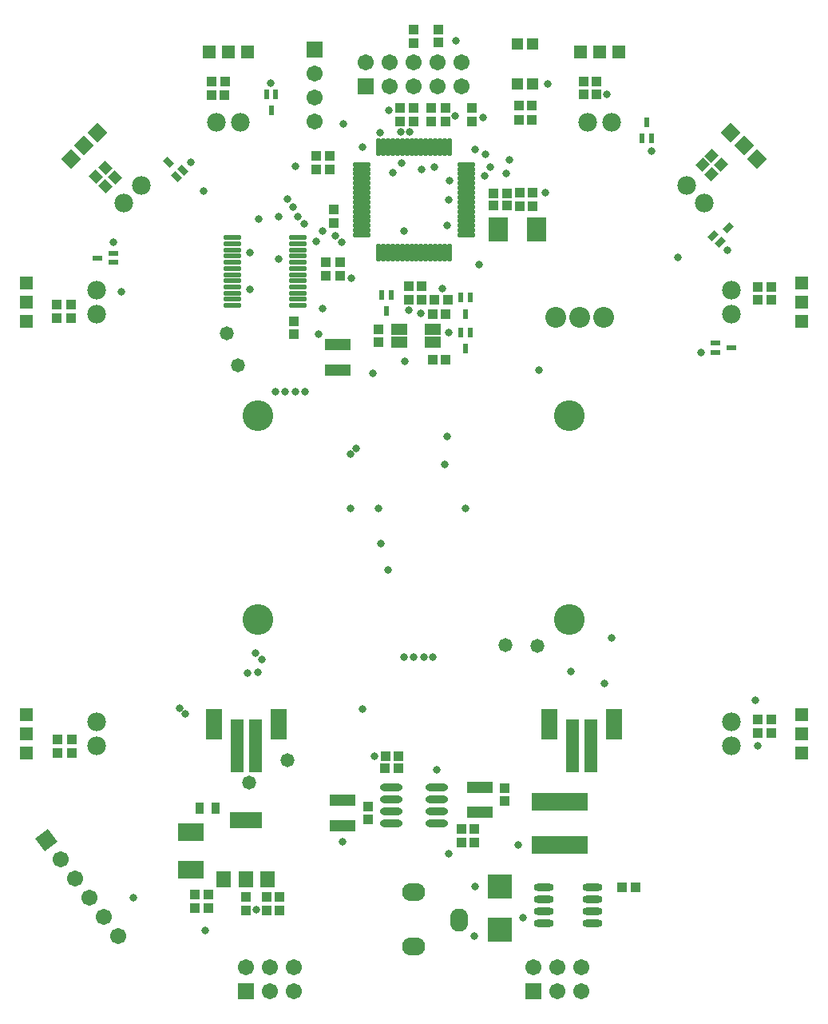
<source format=gts>
%FSLAX25Y25*%
%MOIN*%
G70*
G01*
G75*
G04 Layer_Color=8388736*
%ADD10R,0.10236X0.04331*%
%ADD11R,0.06299X0.11811*%
%ADD12R,0.04921X0.21654*%
%ADD13R,0.07480X0.09449*%
%ADD14R,0.03543X0.03150*%
%ADD15O,0.06693X0.01378*%
%ADD16R,0.03150X0.03543*%
G04:AMPARAMS|DCode=17|XSize=35.43mil|YSize=31.5mil|CornerRadius=0mil|HoleSize=0mil|Usage=FLASHONLY|Rotation=315.000|XOffset=0mil|YOffset=0mil|HoleType=Round|Shape=Rectangle|*
%AMROTATEDRECTD17*
4,1,4,-0.02366,0.00139,-0.00139,0.02366,0.02366,-0.00139,0.00139,-0.02366,-0.02366,0.00139,0.0*
%
%ADD17ROTATEDRECTD17*%

G04:AMPARAMS|DCode=18|XSize=35.43mil|YSize=31.5mil|CornerRadius=0mil|HoleSize=0mil|Usage=FLASHONLY|Rotation=225.000|XOffset=0mil|YOffset=0mil|HoleType=Round|Shape=Rectangle|*
%AMROTATEDRECTD18*
4,1,4,0.00139,0.02366,0.02366,0.00139,-0.00139,-0.02366,-0.02366,-0.00139,0.00139,0.02366,0.0*
%
%ADD18ROTATEDRECTD18*%

%ADD19R,0.09055X0.09055*%
%ADD20R,0.22441X0.06693*%
%ADD21O,0.06890X0.01181*%
%ADD22O,0.01181X0.06890*%
%ADD23R,0.03937X0.03937*%
%ADD24R,0.03150X0.01575*%
%ADD25R,0.01575X0.03150*%
G04:AMPARAMS|DCode=26|XSize=15.75mil|YSize=31.5mil|CornerRadius=0mil|HoleSize=0mil|Usage=FLASHONLY|Rotation=225.000|XOffset=0mil|YOffset=0mil|HoleType=Round|Shape=Rectangle|*
%AMROTATEDRECTD26*
4,1,4,-0.00557,0.01670,0.01670,-0.00557,0.00557,-0.01670,-0.01670,0.00557,-0.00557,0.01670,0.0*
%
%ADD26ROTATEDRECTD26*%

G04:AMPARAMS|DCode=27|XSize=15.75mil|YSize=31.5mil|CornerRadius=0mil|HoleSize=0mil|Usage=FLASHONLY|Rotation=135.000|XOffset=0mil|YOffset=0mil|HoleType=Round|Shape=Rectangle|*
%AMROTATEDRECTD27*
4,1,4,0.01670,0.00557,-0.00557,-0.01670,-0.01670,-0.00557,0.00557,0.01670,0.01670,0.00557,0.0*
%
%ADD27ROTATEDRECTD27*%

%ADD28R,0.09843X0.06693*%
%ADD29R,0.02756X0.03937*%
%ADD30R,0.05118X0.06299*%
%ADD31R,0.12992X0.06299*%
%ADD32R,0.05906X0.03937*%
%ADD33O,0.08661X0.02362*%
%ADD34O,0.07480X0.02362*%
%ADD35C,0.02000*%
%ADD36C,0.01000*%
%ADD37C,0.04000*%
%ADD38C,0.00700*%
%ADD39C,0.07874*%
%ADD40C,0.07000*%
%ADD41P,0.06960X4X180.0*%
%ADD42P,0.08352X4X352.0*%
%ADD43C,0.05906*%
%ADD44R,0.05906X0.05906*%
%ADD45R,0.05906X0.05906*%
%ADD46R,0.04921X0.04921*%
%ADD47R,0.04921X0.04921*%
%ADD48P,0.06960X4X270.0*%
%ADD49O,0.08858X0.06693*%
%ADD50O,0.06693X0.08858*%
%ADD51C,0.12000*%
%ADD52C,0.02500*%
%ADD53C,0.05000*%
%ADD54O,0.00984X0.02559*%
%ADD55O,0.02559X0.00984*%
%ADD56R,0.09843X0.09843*%
%ADD57C,0.00394*%
%ADD58C,0.00984*%
%ADD59C,0.02362*%
%ADD60C,0.00787*%
%ADD61C,0.00500*%
%ADD62C,0.00591*%
%ADD63R,0.11036X0.05131*%
%ADD64R,0.07099X0.12611*%
%ADD65R,0.05721X0.22453*%
%ADD66R,0.08280X0.10249*%
%ADD67R,0.04343X0.03950*%
%ADD68O,0.07493X0.02178*%
%ADD69R,0.03950X0.04343*%
G04:AMPARAMS|DCode=70|XSize=43.43mil|YSize=39.5mil|CornerRadius=0mil|HoleSize=0mil|Usage=FLASHONLY|Rotation=315.000|XOffset=0mil|YOffset=0mil|HoleType=Round|Shape=Rectangle|*
%AMROTATEDRECTD70*
4,1,4,-0.02932,0.00139,-0.00139,0.02932,0.02932,-0.00139,0.00139,-0.02932,-0.02932,0.00139,0.0*
%
%ADD70ROTATEDRECTD70*%

G04:AMPARAMS|DCode=71|XSize=43.43mil|YSize=39.5mil|CornerRadius=0mil|HoleSize=0mil|Usage=FLASHONLY|Rotation=225.000|XOffset=0mil|YOffset=0mil|HoleType=Round|Shape=Rectangle|*
%AMROTATEDRECTD71*
4,1,4,0.00139,0.02932,0.02932,0.00139,-0.00139,-0.02932,-0.02932,-0.00139,0.00139,0.02932,0.0*
%
%ADD71ROTATEDRECTD71*%

%ADD72R,0.09855X0.09855*%
%ADD73R,0.23241X0.07493*%
%ADD74O,0.07690X0.01981*%
%ADD75O,0.01981X0.07690*%
%ADD76R,0.04737X0.04737*%
%ADD77R,0.03950X0.02375*%
%ADD78R,0.02375X0.03950*%
G04:AMPARAMS|DCode=79|XSize=23.75mil|YSize=39.5mil|CornerRadius=0mil|HoleSize=0mil|Usage=FLASHONLY|Rotation=225.000|XOffset=0mil|YOffset=0mil|HoleType=Round|Shape=Rectangle|*
%AMROTATEDRECTD79*
4,1,4,-0.00557,0.02236,0.02236,-0.00557,0.00557,-0.02236,-0.02236,0.00557,-0.00557,0.02236,0.0*
%
%ADD79ROTATEDRECTD79*%

G04:AMPARAMS|DCode=80|XSize=23.75mil|YSize=39.5mil|CornerRadius=0mil|HoleSize=0mil|Usage=FLASHONLY|Rotation=135.000|XOffset=0mil|YOffset=0mil|HoleType=Round|Shape=Rectangle|*
%AMROTATEDRECTD80*
4,1,4,0.02236,0.00557,-0.00557,-0.02236,-0.02236,-0.00557,0.00557,0.02236,0.02236,0.00557,0.0*
%
%ADD80ROTATEDRECTD80*%

%ADD81R,0.10642X0.07493*%
%ADD82R,0.03556X0.04737*%
%ADD83R,0.05918X0.07099*%
%ADD84R,0.13792X0.07099*%
%ADD85R,0.06706X0.04737*%
%ADD86O,0.09461X0.03162*%
%ADD87O,0.08280X0.03162*%
%ADD88C,0.08674*%
%ADD89C,0.07800*%
%ADD90P,0.08091X4X180.0*%
%ADD91P,0.09483X4X352.0*%
%ADD92C,0.06706*%
%ADD93R,0.06706X0.06706*%
%ADD94R,0.06706X0.06706*%
%ADD95R,0.05721X0.05721*%
%ADD96R,0.05721X0.05721*%
%ADD97P,0.08091X4X270.0*%
%ADD98O,0.09658X0.07493*%
%ADD99O,0.07493X0.09658*%
%ADD100C,0.12800*%
%ADD101C,0.03300*%
%ADD102C,0.05800*%
D63*
X-31890Y72244D02*
D03*
Y61614D02*
D03*
X27559Y-122835D02*
D03*
Y-112205D02*
D03*
X-29724Y-117618D02*
D03*
Y-128248D02*
D03*
D64*
X56614Y-86142D02*
D03*
X83386D02*
D03*
X-56614D02*
D03*
X-83386D02*
D03*
D65*
X66063Y-95000D02*
D03*
X73937D02*
D03*
X-66063D02*
D03*
X-73937D02*
D03*
D66*
X35138Y120374D02*
D03*
X51280D02*
D03*
D67*
X-30905Y101083D02*
D03*
Y106595D02*
D03*
X-36811Y101083D02*
D03*
Y106595D02*
D03*
X-50197Y76575D02*
D03*
Y82086D02*
D03*
X19882Y-135236D02*
D03*
Y-129724D02*
D03*
X-85925Y-157087D02*
D03*
Y-162599D02*
D03*
X-149213Y88878D02*
D03*
Y83366D02*
D03*
X-148917Y-97933D02*
D03*
Y-92421D02*
D03*
X149114Y90847D02*
D03*
Y96358D02*
D03*
X149213Y-84153D02*
D03*
Y-89665D02*
D03*
X-14862Y78740D02*
D03*
Y73228D02*
D03*
X37992Y-112599D02*
D03*
Y-118110D02*
D03*
X25295Y-129724D02*
D03*
Y-135236D02*
D03*
X-295Y203642D02*
D03*
Y198130D02*
D03*
X10039Y198228D02*
D03*
Y203740D02*
D03*
X24311Y165453D02*
D03*
Y170965D02*
D03*
X13091Y165354D02*
D03*
Y170866D02*
D03*
X-91437Y-157185D02*
D03*
Y-162697D02*
D03*
X-19094Y-125787D02*
D03*
Y-120275D02*
D03*
X44094Y135531D02*
D03*
Y130020D02*
D03*
X49508Y135531D02*
D03*
Y130020D02*
D03*
X3150Y91043D02*
D03*
Y96555D02*
D03*
X-5709Y170965D02*
D03*
Y165453D02*
D03*
X-295Y170965D02*
D03*
Y165453D02*
D03*
X-2165Y91043D02*
D03*
Y96555D02*
D03*
X-33563Y123031D02*
D03*
Y128543D02*
D03*
X7087Y170965D02*
D03*
Y165453D02*
D03*
X-40748Y145473D02*
D03*
Y150984D02*
D03*
X-35040Y145473D02*
D03*
Y150984D02*
D03*
X-143307Y88878D02*
D03*
Y83366D02*
D03*
X-142913Y-92421D02*
D03*
Y-97933D02*
D03*
X143406Y90847D02*
D03*
Y96358D02*
D03*
X143504Y-89665D02*
D03*
Y-84153D02*
D03*
X-70276Y-163681D02*
D03*
Y-158169D02*
D03*
X-61417Y-163681D02*
D03*
Y-158169D02*
D03*
X-56004Y-163681D02*
D03*
Y-158169D02*
D03*
D68*
X-75886Y116831D02*
D03*
Y114272D02*
D03*
Y111713D02*
D03*
Y109153D02*
D03*
Y106595D02*
D03*
Y104035D02*
D03*
Y101476D02*
D03*
Y98917D02*
D03*
Y96358D02*
D03*
Y93799D02*
D03*
Y91240D02*
D03*
Y88681D02*
D03*
X-48327Y116831D02*
D03*
Y114272D02*
D03*
Y111713D02*
D03*
Y109153D02*
D03*
Y106595D02*
D03*
Y104035D02*
D03*
Y101476D02*
D03*
Y98917D02*
D03*
Y96358D02*
D03*
Y93799D02*
D03*
Y91240D02*
D03*
Y88681D02*
D03*
D69*
X-78937Y181988D02*
D03*
X-84449D02*
D03*
X70768D02*
D03*
X76280D02*
D03*
X7677Y85138D02*
D03*
X13189D02*
D03*
Y66043D02*
D03*
X7677D02*
D03*
X86909Y-154134D02*
D03*
X92421D02*
D03*
X-6398Y-99213D02*
D03*
X-11909D02*
D03*
X49311Y166043D02*
D03*
X43799D02*
D03*
X38780Y130217D02*
D03*
X33268D02*
D03*
X38780Y135433D02*
D03*
X33268D02*
D03*
X14173Y91043D02*
D03*
X8661D02*
D03*
X49311Y171850D02*
D03*
X43799D02*
D03*
X-79035Y176476D02*
D03*
X-84547D02*
D03*
X76280Y176673D02*
D03*
X70768D02*
D03*
X-6496Y-104331D02*
D03*
X-12008D02*
D03*
D70*
X-128957Y146142D02*
D03*
X-132854Y142244D02*
D03*
X-124921Y142106D02*
D03*
X-128819Y138209D02*
D03*
D71*
X124232Y151063D02*
D03*
X128130Y147166D02*
D03*
X124291Y143327D02*
D03*
X120394Y147224D02*
D03*
D72*
X35728Y-171555D02*
D03*
Y-153839D02*
D03*
D73*
X60827Y-118504D02*
D03*
Y-136221D02*
D03*
D74*
X-21949Y147441D02*
D03*
Y145473D02*
D03*
Y143504D02*
D03*
Y141535D02*
D03*
Y139567D02*
D03*
Y137598D02*
D03*
Y135630D02*
D03*
Y133661D02*
D03*
Y131693D02*
D03*
Y129724D02*
D03*
Y127756D02*
D03*
Y125787D02*
D03*
Y123819D02*
D03*
Y121850D02*
D03*
Y119882D02*
D03*
Y117913D02*
D03*
X21949D02*
D03*
Y119882D02*
D03*
Y121850D02*
D03*
Y123819D02*
D03*
Y125787D02*
D03*
Y127756D02*
D03*
Y129724D02*
D03*
Y131693D02*
D03*
Y133661D02*
D03*
Y135630D02*
D03*
Y137598D02*
D03*
Y139567D02*
D03*
Y141535D02*
D03*
Y143504D02*
D03*
Y145473D02*
D03*
Y147441D02*
D03*
D75*
X-14764Y110728D02*
D03*
X-12795D02*
D03*
X-10827D02*
D03*
X-8858D02*
D03*
X-6890D02*
D03*
X-4921D02*
D03*
X-2953D02*
D03*
X-984D02*
D03*
X984D02*
D03*
X2953D02*
D03*
X4921D02*
D03*
X6890D02*
D03*
X8858D02*
D03*
X10827D02*
D03*
X12795D02*
D03*
X14764D02*
D03*
Y154626D02*
D03*
X12795D02*
D03*
X10827D02*
D03*
X8858D02*
D03*
X6890D02*
D03*
X4921D02*
D03*
X2953D02*
D03*
X984D02*
D03*
X-984D02*
D03*
X-2953D02*
D03*
X-4921D02*
D03*
X-6890D02*
D03*
X-8858D02*
D03*
X-10827D02*
D03*
X-12795D02*
D03*
X-14764D02*
D03*
D76*
X49606Y197539D02*
D03*
Y181004D02*
D03*
X43307Y197539D02*
D03*
Y181004D02*
D03*
D77*
X-132283Y108465D02*
D03*
X-125591Y110433D02*
D03*
Y106496D02*
D03*
X132382Y70866D02*
D03*
X125689Y68898D02*
D03*
Y72835D02*
D03*
D78*
X-59646Y169882D02*
D03*
X-61614Y176575D02*
D03*
X-57677D02*
D03*
X97047Y164961D02*
D03*
X99016Y158268D02*
D03*
X95079D02*
D03*
X21457Y70669D02*
D03*
X19488Y77362D02*
D03*
X23425D02*
D03*
X21555Y85138D02*
D03*
X19587Y91831D02*
D03*
X23524D02*
D03*
X-11417Y86221D02*
D03*
X-13386Y92913D02*
D03*
X-9449D02*
D03*
D79*
X-102563Y148429D02*
D03*
X-96439Y145089D02*
D03*
X-99222Y142305D02*
D03*
D80*
X131106Y120969D02*
D03*
X127766Y114844D02*
D03*
X124982Y117628D02*
D03*
D81*
X-93307Y-146752D02*
D03*
Y-131004D02*
D03*
D82*
X-89370Y-121063D02*
D03*
X-82677D02*
D03*
D83*
X-61262Y-150662D02*
D03*
X-70317D02*
D03*
X-79372D02*
D03*
D84*
X-70317Y-125859D02*
D03*
D85*
X7677Y73287D02*
D03*
Y78799D02*
D03*
X-6113Y73243D02*
D03*
X-6102Y78799D02*
D03*
D86*
X9449Y-127500D02*
D03*
Y-122500D02*
D03*
Y-117500D02*
D03*
Y-112500D02*
D03*
X-9449Y-127500D02*
D03*
Y-122500D02*
D03*
Y-117500D02*
D03*
Y-112500D02*
D03*
D87*
X54331Y-154114D02*
D03*
Y-159114D02*
D03*
Y-164114D02*
D03*
Y-169114D02*
D03*
X74606Y-154114D02*
D03*
Y-159114D02*
D03*
Y-164114D02*
D03*
Y-169114D02*
D03*
D88*
X69193Y83563D02*
D03*
X59193D02*
D03*
X79193D02*
D03*
D89*
X-72500Y165000D02*
D03*
X-82500D02*
D03*
X72500D02*
D03*
X82500D02*
D03*
X-113964Y138535D02*
D03*
X-121036Y131465D02*
D03*
X113964Y138535D02*
D03*
X121036Y131465D02*
D03*
X-132500Y95000D02*
D03*
Y85000D02*
D03*
X132500Y95000D02*
D03*
Y85000D02*
D03*
Y-95000D02*
D03*
Y-85000D02*
D03*
X-132500Y-95000D02*
D03*
Y-85000D02*
D03*
D90*
X143257Y149622D02*
D03*
X132122Y160757D02*
D03*
X137689Y155189D02*
D03*
D91*
X-153543Y-134351D02*
D03*
D92*
X-147525Y-142337D02*
D03*
X-141507Y-150323D02*
D03*
X-135489Y-158309D02*
D03*
X-129471Y-166296D02*
D03*
X-123453Y-174282D02*
D03*
X-41634Y165177D02*
D03*
Y175177D02*
D03*
Y185177D02*
D03*
X-20000Y190000D02*
D03*
X-10000Y180000D02*
D03*
Y190000D02*
D03*
X-0Y180000D02*
D03*
Y190000D02*
D03*
X10000Y180000D02*
D03*
Y190000D02*
D03*
X20000Y180000D02*
D03*
Y190000D02*
D03*
X-70000Y-187500D02*
D03*
X-60000Y-197500D02*
D03*
Y-187500D02*
D03*
X-50000Y-197500D02*
D03*
Y-187500D02*
D03*
X50000D02*
D03*
X60000Y-197500D02*
D03*
Y-187500D02*
D03*
X70000Y-197500D02*
D03*
Y-187500D02*
D03*
D93*
X-41634Y195177D02*
D03*
D94*
X-20000Y180000D02*
D03*
X-70000Y-197500D02*
D03*
X50000D02*
D03*
D95*
X-161732Y97874D02*
D03*
Y82126D02*
D03*
Y90000D02*
D03*
Y-90000D02*
D03*
Y-97874D02*
D03*
Y-82126D02*
D03*
X161732Y82126D02*
D03*
Y97874D02*
D03*
Y90000D02*
D03*
Y-90000D02*
D03*
Y-82126D02*
D03*
Y-97874D02*
D03*
D96*
X-69626Y194232D02*
D03*
X-85374D02*
D03*
X-77500D02*
D03*
X77500D02*
D03*
X69626D02*
D03*
X85374D02*
D03*
D97*
X-132122Y160757D02*
D03*
X-143257Y149622D02*
D03*
X-137689Y155189D02*
D03*
D98*
X-0Y-156000D02*
D03*
Y-178835D02*
D03*
D99*
X18898Y-167811D02*
D03*
D100*
X65000Y42500D02*
D03*
Y-42500D02*
D03*
X-65000D02*
D03*
Y42500D02*
D03*
D101*
X27165Y105709D02*
D03*
X-4134Y119783D02*
D03*
X17421Y198917D02*
D03*
X28740Y167126D02*
D03*
X-10630Y170079D02*
D03*
X-8760Y144095D02*
D03*
X-38091Y119783D02*
D03*
X-56398Y125787D02*
D03*
Y107972D02*
D03*
X-122047Y94390D02*
D03*
X-49409Y146653D02*
D03*
X3150Y145276D02*
D03*
X-17028Y60335D02*
D03*
X-3937Y65256D02*
D03*
X-93110Y148425D02*
D03*
X-125492Y114961D02*
D03*
X-64665Y124705D02*
D03*
X-39764Y76575D02*
D03*
X-26280Y100098D02*
D03*
X-10728Y-21555D02*
D03*
X-13681Y-10630D02*
D03*
X82579Y-50098D02*
D03*
X13780Y34055D02*
D03*
X2732Y85212D02*
D03*
X14665Y132579D02*
D03*
X54921Y135531D02*
D03*
X13681Y121850D02*
D03*
X110236Y108661D02*
D03*
X17127Y167626D02*
D03*
X-26476Y3839D02*
D03*
X-14961D02*
D03*
X142618Y-76181D02*
D03*
X52264Y61713D02*
D03*
X-30167Y115108D02*
D03*
X-24114Y29134D02*
D03*
X-63618Y-58921D02*
D03*
X-65158Y-64468D02*
D03*
X-32691Y117632D02*
D03*
X-26638Y26610D02*
D03*
X-66142Y-56398D02*
D03*
X-69587Y-64665D02*
D03*
X-97859Y-79307D02*
D03*
X-95596Y-81569D02*
D03*
X-87205Y-171949D02*
D03*
X14764Y140551D02*
D03*
X29431Y142724D02*
D03*
X29923Y151681D02*
D03*
X39862Y149409D02*
D03*
X-5610Y161024D02*
D03*
X38484Y143799D02*
D03*
X-1969Y160925D02*
D03*
X8366Y146260D02*
D03*
X31791D02*
D03*
X-40748Y115354D02*
D03*
X-38287Y87303D02*
D03*
X-16634Y-99213D02*
D03*
X25492Y-153839D02*
D03*
X9449Y-104921D02*
D03*
X43504Y-136221D02*
D03*
X45571Y-166732D02*
D03*
X-29724Y-135039D02*
D03*
X143504Y-95079D02*
D03*
X-65748Y-163484D02*
D03*
X119685Y68898D02*
D03*
X79528Y-68898D02*
D03*
X65551Y-64075D02*
D03*
X-117077Y-158317D02*
D03*
X-68602Y110531D02*
D03*
X-68405Y95177D02*
D03*
X-2165Y86811D02*
D03*
X12008Y95726D02*
D03*
X14469Y77362D02*
D03*
X-21358Y154626D02*
D03*
Y-79823D02*
D03*
X-14272Y160728D02*
D03*
X-87795Y136221D02*
D03*
X-29331Y164173D02*
D03*
X-5217Y148031D02*
D03*
X25492Y153642D02*
D03*
X80413Y176673D02*
D03*
X55709Y181102D02*
D03*
X99114Y152953D02*
D03*
X130709Y111811D02*
D03*
X-59941Y181398D02*
D03*
X-4232Y-57972D02*
D03*
X-265D02*
D03*
X4050D02*
D03*
X7947D02*
D03*
X-53783Y52756D02*
D03*
X-50595Y129622D02*
D03*
X-57750Y52756D02*
D03*
X-52787Y133040D02*
D03*
X-49468Y52756D02*
D03*
X-48353Y125761D02*
D03*
X-45571Y52756D02*
D03*
X-45866Y122736D02*
D03*
X14469Y-139961D02*
D03*
X25197Y-174213D02*
D03*
X21358Y3839D02*
D03*
X12894Y22244D02*
D03*
D102*
X-68898Y-110433D02*
D03*
X-52658Y-100984D02*
D03*
X-78098Y77020D02*
D03*
X-73524Y63583D02*
D03*
X38189Y-52953D02*
D03*
X51378Y-53248D02*
D03*
M02*

</source>
